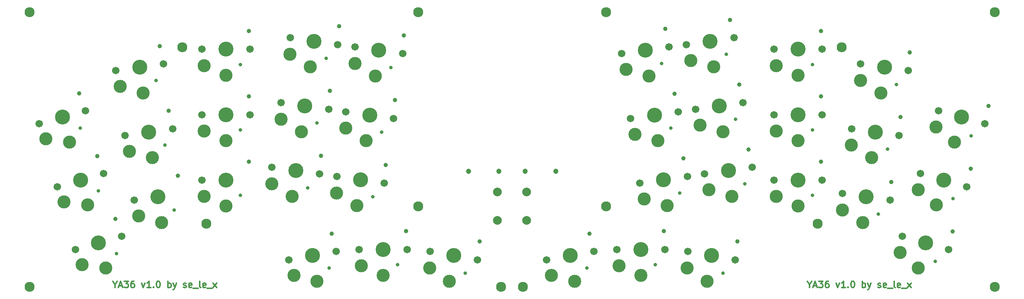
<source format=gbr>
G04 #@! TF.GenerationSoftware,KiCad,Pcbnew,(5.1.9)-1*
G04 #@! TF.CreationDate,2021-03-06T17:20:58-05:00*
G04 #@! TF.ProjectId,ya36,79613336-2e6b-4696-9361-645f70636258,rev?*
G04 #@! TF.SameCoordinates,Original*
G04 #@! TF.FileFunction,Soldermask,Top*
G04 #@! TF.FilePolarity,Negative*
%FSLAX46Y46*%
G04 Gerber Fmt 4.6, Leading zero omitted, Abs format (unit mm)*
G04 Created by KiCad (PCBNEW (5.1.9)-1) date 2021-03-06 17:20:58*
%MOMM*%
%LPD*%
G01*
G04 APERTURE LIST*
%ADD10C,0.300000*%
%ADD11C,1.200000*%
%ADD12C,2.000000*%
%ADD13C,2.300000*%
%ADD14C,0.990600*%
%ADD15C,3.000000*%
%ADD16C,3.429000*%
%ADD17C,1.701800*%
%ADD18C,0.800000*%
G04 APERTURE END LIST*
D10*
X61571428Y-114464285D02*
X61571428Y-115178571D01*
X61071428Y-113678571D02*
X61571428Y-114464285D01*
X62071428Y-113678571D01*
X62500000Y-114750000D02*
X63214285Y-114750000D01*
X62357142Y-115178571D02*
X62857142Y-113678571D01*
X63357142Y-115178571D01*
X63714285Y-113678571D02*
X64642857Y-113678571D01*
X64142857Y-114250000D01*
X64357142Y-114250000D01*
X64500000Y-114321428D01*
X64571428Y-114392857D01*
X64642857Y-114535714D01*
X64642857Y-114892857D01*
X64571428Y-115035714D01*
X64500000Y-115107142D01*
X64357142Y-115178571D01*
X63928571Y-115178571D01*
X63785714Y-115107142D01*
X63714285Y-115035714D01*
X65928571Y-113678571D02*
X65642857Y-113678571D01*
X65500000Y-113750000D01*
X65428571Y-113821428D01*
X65285714Y-114035714D01*
X65214285Y-114321428D01*
X65214285Y-114892857D01*
X65285714Y-115035714D01*
X65357142Y-115107142D01*
X65500000Y-115178571D01*
X65785714Y-115178571D01*
X65928571Y-115107142D01*
X66000000Y-115035714D01*
X66071428Y-114892857D01*
X66071428Y-114535714D01*
X66000000Y-114392857D01*
X65928571Y-114321428D01*
X65785714Y-114250000D01*
X65500000Y-114250000D01*
X65357142Y-114321428D01*
X65285714Y-114392857D01*
X65214285Y-114535714D01*
X67714285Y-114178571D02*
X68071428Y-115178571D01*
X68428571Y-114178571D01*
X69785714Y-115178571D02*
X68928571Y-115178571D01*
X69357142Y-115178571D02*
X69357142Y-113678571D01*
X69214285Y-113892857D01*
X69071428Y-114035714D01*
X68928571Y-114107142D01*
X70428571Y-115035714D02*
X70500000Y-115107142D01*
X70428571Y-115178571D01*
X70357142Y-115107142D01*
X70428571Y-115035714D01*
X70428571Y-115178571D01*
X71428571Y-113678571D02*
X71571428Y-113678571D01*
X71714285Y-113750000D01*
X71785714Y-113821428D01*
X71857142Y-113964285D01*
X71928571Y-114250000D01*
X71928571Y-114607142D01*
X71857142Y-114892857D01*
X71785714Y-115035714D01*
X71714285Y-115107142D01*
X71571428Y-115178571D01*
X71428571Y-115178571D01*
X71285714Y-115107142D01*
X71214285Y-115035714D01*
X71142857Y-114892857D01*
X71071428Y-114607142D01*
X71071428Y-114250000D01*
X71142857Y-113964285D01*
X71214285Y-113821428D01*
X71285714Y-113750000D01*
X71428571Y-113678571D01*
X73714285Y-115178571D02*
X73714285Y-113678571D01*
X73714285Y-114250000D02*
X73857142Y-114178571D01*
X74142857Y-114178571D01*
X74285714Y-114250000D01*
X74357142Y-114321428D01*
X74428571Y-114464285D01*
X74428571Y-114892857D01*
X74357142Y-115035714D01*
X74285714Y-115107142D01*
X74142857Y-115178571D01*
X73857142Y-115178571D01*
X73714285Y-115107142D01*
X74928571Y-114178571D02*
X75285714Y-115178571D01*
X75642857Y-114178571D02*
X75285714Y-115178571D01*
X75142857Y-115535714D01*
X75071428Y-115607142D01*
X74928571Y-115678571D01*
X77285714Y-115107142D02*
X77428571Y-115178571D01*
X77714285Y-115178571D01*
X77857142Y-115107142D01*
X77928571Y-114964285D01*
X77928571Y-114892857D01*
X77857142Y-114750000D01*
X77714285Y-114678571D01*
X77500000Y-114678571D01*
X77357142Y-114607142D01*
X77285714Y-114464285D01*
X77285714Y-114392857D01*
X77357142Y-114250000D01*
X77500000Y-114178571D01*
X77714285Y-114178571D01*
X77857142Y-114250000D01*
X79142857Y-115107142D02*
X79000000Y-115178571D01*
X78714285Y-115178571D01*
X78571428Y-115107142D01*
X78500000Y-114964285D01*
X78500000Y-114392857D01*
X78571428Y-114250000D01*
X78714285Y-114178571D01*
X79000000Y-114178571D01*
X79142857Y-114250000D01*
X79214285Y-114392857D01*
X79214285Y-114535714D01*
X78500000Y-114678571D01*
X79500000Y-115321428D02*
X80642857Y-115321428D01*
X81214285Y-115178571D02*
X81071428Y-115107142D01*
X81000000Y-114964285D01*
X81000000Y-113678571D01*
X82357142Y-115107142D02*
X82214285Y-115178571D01*
X81928571Y-115178571D01*
X81785714Y-115107142D01*
X81714285Y-114964285D01*
X81714285Y-114392857D01*
X81785714Y-114250000D01*
X81928571Y-114178571D01*
X82214285Y-114178571D01*
X82357142Y-114250000D01*
X82428571Y-114392857D01*
X82428571Y-114535714D01*
X81714285Y-114678571D01*
X82714285Y-115321428D02*
X83857142Y-115321428D01*
X84071428Y-115178571D02*
X84857142Y-114178571D01*
X84071428Y-114178571D02*
X84857142Y-115178571D01*
X220571428Y-114464285D02*
X220571428Y-115178571D01*
X220071428Y-113678571D02*
X220571428Y-114464285D01*
X221071428Y-113678571D01*
X221500000Y-114750000D02*
X222214285Y-114750000D01*
X221357142Y-115178571D02*
X221857142Y-113678571D01*
X222357142Y-115178571D01*
X222714285Y-113678571D02*
X223642857Y-113678571D01*
X223142857Y-114250000D01*
X223357142Y-114250000D01*
X223500000Y-114321428D01*
X223571428Y-114392857D01*
X223642857Y-114535714D01*
X223642857Y-114892857D01*
X223571428Y-115035714D01*
X223500000Y-115107142D01*
X223357142Y-115178571D01*
X222928571Y-115178571D01*
X222785714Y-115107142D01*
X222714285Y-115035714D01*
X224928571Y-113678571D02*
X224642857Y-113678571D01*
X224500000Y-113750000D01*
X224428571Y-113821428D01*
X224285714Y-114035714D01*
X224214285Y-114321428D01*
X224214285Y-114892857D01*
X224285714Y-115035714D01*
X224357142Y-115107142D01*
X224500000Y-115178571D01*
X224785714Y-115178571D01*
X224928571Y-115107142D01*
X225000000Y-115035714D01*
X225071428Y-114892857D01*
X225071428Y-114535714D01*
X225000000Y-114392857D01*
X224928571Y-114321428D01*
X224785714Y-114250000D01*
X224500000Y-114250000D01*
X224357142Y-114321428D01*
X224285714Y-114392857D01*
X224214285Y-114535714D01*
X226714285Y-114178571D02*
X227071428Y-115178571D01*
X227428571Y-114178571D01*
X228785714Y-115178571D02*
X227928571Y-115178571D01*
X228357142Y-115178571D02*
X228357142Y-113678571D01*
X228214285Y-113892857D01*
X228071428Y-114035714D01*
X227928571Y-114107142D01*
X229428571Y-115035714D02*
X229500000Y-115107142D01*
X229428571Y-115178571D01*
X229357142Y-115107142D01*
X229428571Y-115035714D01*
X229428571Y-115178571D01*
X230428571Y-113678571D02*
X230571428Y-113678571D01*
X230714285Y-113750000D01*
X230785714Y-113821428D01*
X230857142Y-113964285D01*
X230928571Y-114250000D01*
X230928571Y-114607142D01*
X230857142Y-114892857D01*
X230785714Y-115035714D01*
X230714285Y-115107142D01*
X230571428Y-115178571D01*
X230428571Y-115178571D01*
X230285714Y-115107142D01*
X230214285Y-115035714D01*
X230142857Y-114892857D01*
X230071428Y-114607142D01*
X230071428Y-114250000D01*
X230142857Y-113964285D01*
X230214285Y-113821428D01*
X230285714Y-113750000D01*
X230428571Y-113678571D01*
X232714285Y-115178571D02*
X232714285Y-113678571D01*
X232714285Y-114250000D02*
X232857142Y-114178571D01*
X233142857Y-114178571D01*
X233285714Y-114250000D01*
X233357142Y-114321428D01*
X233428571Y-114464285D01*
X233428571Y-114892857D01*
X233357142Y-115035714D01*
X233285714Y-115107142D01*
X233142857Y-115178571D01*
X232857142Y-115178571D01*
X232714285Y-115107142D01*
X233928571Y-114178571D02*
X234285714Y-115178571D01*
X234642857Y-114178571D02*
X234285714Y-115178571D01*
X234142857Y-115535714D01*
X234071428Y-115607142D01*
X233928571Y-115678571D01*
X236285714Y-115107142D02*
X236428571Y-115178571D01*
X236714285Y-115178571D01*
X236857142Y-115107142D01*
X236928571Y-114964285D01*
X236928571Y-114892857D01*
X236857142Y-114750000D01*
X236714285Y-114678571D01*
X236500000Y-114678571D01*
X236357142Y-114607142D01*
X236285714Y-114464285D01*
X236285714Y-114392857D01*
X236357142Y-114250000D01*
X236500000Y-114178571D01*
X236714285Y-114178571D01*
X236857142Y-114250000D01*
X238142857Y-115107142D02*
X238000000Y-115178571D01*
X237714285Y-115178571D01*
X237571428Y-115107142D01*
X237500000Y-114964285D01*
X237500000Y-114392857D01*
X237571428Y-114250000D01*
X237714285Y-114178571D01*
X238000000Y-114178571D01*
X238142857Y-114250000D01*
X238214285Y-114392857D01*
X238214285Y-114535714D01*
X237500000Y-114678571D01*
X238500000Y-115321428D02*
X239642857Y-115321428D01*
X240214285Y-115178571D02*
X240071428Y-115107142D01*
X240000000Y-114964285D01*
X240000000Y-113678571D01*
X241357142Y-115107142D02*
X241214285Y-115178571D01*
X240928571Y-115178571D01*
X240785714Y-115107142D01*
X240714285Y-114964285D01*
X240714285Y-114392857D01*
X240785714Y-114250000D01*
X240928571Y-114178571D01*
X241214285Y-114178571D01*
X241357142Y-114250000D01*
X241428571Y-114392857D01*
X241428571Y-114535714D01*
X240714285Y-114678571D01*
X241714285Y-115321428D02*
X242857142Y-115321428D01*
X243071428Y-115178571D02*
X243857142Y-114178571D01*
X243071428Y-114178571D02*
X243857142Y-115178571D01*
D11*
X142500000Y-88500000D03*
X149500000Y-88500000D03*
X162500000Y-88500000D03*
X155500000Y-88500000D03*
D12*
X155850000Y-93250000D03*
X155850000Y-99750000D03*
X149150000Y-99750000D03*
X149150000Y-93250000D03*
D13*
X263000000Y-52000000D03*
X263000000Y-115000000D03*
X155000000Y-115000000D03*
X222500000Y-100500000D03*
X174000000Y-96500000D03*
X228000000Y-60000000D03*
X174000000Y-52000000D03*
X77000000Y-60000000D03*
X131000000Y-96500000D03*
X82500000Y-100500000D03*
X131000000Y-52000000D03*
X42000000Y-52000000D03*
X42000000Y-115000000D03*
X150000000Y-115000000D03*
D14*
X92220000Y-86300000D03*
D15*
X87000000Y-96450000D03*
D16*
X87000000Y-90500000D03*
D15*
X82000000Y-94250000D03*
D17*
X81500000Y-90500000D03*
D18*
X90275000Y-94000000D03*
D14*
X75998557Y-89468412D03*
D15*
X72241965Y-100246116D03*
D16*
X71413885Y-94354021D03*
D15*
X66984444Y-98763392D03*
D17*
X65967411Y-95119473D03*
D18*
X75144119Y-97364167D03*
D14*
X108724535Y-84921379D03*
D15*
X102142729Y-94246116D03*
D16*
X102970809Y-88354021D03*
D15*
X97497570Y-91371661D03*
D17*
X108417283Y-89119473D03*
X97524335Y-87588569D03*
D18*
X105726831Y-92275751D03*
D14*
X53419887Y-70604948D03*
D15*
X51199820Y-81800581D03*
D16*
X49559778Y-76081074D03*
D15*
X45787110Y-81063992D03*
D17*
X54846717Y-74565069D03*
X44272839Y-77597079D03*
D18*
X53672641Y-78542778D03*
D14*
X71823364Y-59760370D03*
D15*
X68066772Y-70538074D03*
D16*
X67238692Y-64645979D03*
D15*
X62809251Y-69055350D03*
D17*
X72685166Y-63880527D03*
X61792218Y-65411431D03*
D18*
X70968926Y-67656125D03*
D14*
X92220000Y-56300000D03*
D15*
X87000000Y-66450000D03*
D16*
X87000000Y-60500000D03*
D15*
X82000000Y-64250000D03*
D17*
X92500000Y-60500000D03*
X81500000Y-60500000D03*
D18*
X90275000Y-64000000D03*
D14*
X112899728Y-55213337D03*
D15*
X106317922Y-64538074D03*
D16*
X107146002Y-58645979D03*
D15*
X101672763Y-61663619D03*
D17*
X112592476Y-59411431D03*
X101699528Y-57880527D03*
D18*
X109902024Y-62567709D03*
D14*
X127753749Y-57300934D03*
D15*
X121171943Y-66625671D03*
D16*
X122000023Y-60733576D03*
D15*
X116526784Y-63751216D03*
D17*
X127446497Y-61499028D03*
X116553549Y-59968124D03*
D18*
X124756045Y-64655306D03*
D14*
X57554448Y-85023873D03*
D15*
X55334381Y-96219506D03*
D16*
X53694339Y-90499999D03*
D15*
X49921671Y-95482917D03*
D17*
X58981278Y-88983994D03*
X48407400Y-92016004D03*
D18*
X57807202Y-92961703D03*
D14*
X73910960Y-74614390D03*
D15*
X70154368Y-85392094D03*
D16*
X69326288Y-79499999D03*
D15*
X64896847Y-83909370D03*
D17*
X74772762Y-78734547D03*
X63879814Y-80265451D03*
D18*
X73056522Y-82510145D03*
D14*
X92220000Y-71300000D03*
D15*
X87000000Y-81450000D03*
D16*
X87000000Y-75500000D03*
D15*
X82000000Y-79250000D03*
D17*
X92500000Y-75500000D03*
X81500000Y-75500000D03*
D18*
X90275000Y-79000000D03*
D14*
X110812132Y-70067359D03*
D15*
X104230326Y-79392096D03*
D16*
X105058406Y-73500001D03*
D15*
X99585167Y-76517641D03*
D17*
X110504880Y-74265453D03*
X99611932Y-72734549D03*
D18*
X107814428Y-77421731D03*
D14*
X125666153Y-72154954D03*
D15*
X119084347Y-81479691D03*
D16*
X119912427Y-75587596D03*
D15*
X114439188Y-78605236D03*
D17*
X125358901Y-76353048D03*
X114465953Y-74822144D03*
D18*
X122668449Y-79509326D03*
D14*
X61689008Y-99442799D03*
D15*
X59468941Y-110638432D03*
D16*
X57828899Y-104918925D03*
D15*
X54056231Y-109901843D03*
D17*
X63115838Y-103402920D03*
X52541960Y-106434930D03*
D18*
X61941762Y-107380629D03*
D14*
X123578556Y-87008975D03*
D15*
X116996750Y-96333712D03*
D16*
X117824830Y-90441617D03*
D15*
X112351591Y-93459257D03*
D17*
X123271304Y-91207069D03*
X112378356Y-89676165D03*
D18*
X120580852Y-94363347D03*
D14*
X111222955Y-102786093D03*
D15*
X107844788Y-113688335D03*
D16*
X106811581Y-107828729D03*
D15*
X102538723Y-112389999D03*
D17*
X112228024Y-106873664D03*
X101395138Y-108783794D03*
D18*
X110644595Y-110706858D03*
D14*
X128220000Y-102212426D03*
D15*
X123000000Y-112362426D03*
D16*
X123000000Y-106412426D03*
D15*
X118000000Y-110162426D03*
D17*
X128500000Y-106412426D03*
X117500000Y-106412426D03*
D18*
X126275000Y-109912426D03*
D14*
X145058439Y-104598980D03*
D15*
X138155213Y-113688335D03*
D16*
X139188420Y-107828729D03*
D15*
X133613201Y-110653517D03*
D17*
X144604863Y-108783794D03*
X133771977Y-106873664D03*
D18*
X141805897Y-111844254D03*
D14*
X261615685Y-73482602D03*
D15*
X253800180Y-81800581D03*
D16*
X255440222Y-76081074D03*
D15*
X249600273Y-78307619D03*
D17*
X260727161Y-77597079D03*
X250153283Y-74565069D03*
D18*
X257623623Y-80348202D03*
D14*
X243515034Y-61213337D03*
D15*
X236933228Y-70538074D03*
D16*
X237761308Y-64645979D03*
D15*
X232288069Y-67663619D03*
D17*
X243207782Y-65411431D03*
X232314834Y-63880527D03*
D18*
X240517330Y-68567709D03*
D14*
X223220000Y-56300000D03*
D15*
X218000000Y-66450000D03*
D16*
X218000000Y-60500000D03*
D15*
X213000000Y-64250000D03*
D17*
X223500000Y-60500000D03*
X212500000Y-60500000D03*
D18*
X221275000Y-64000000D03*
D14*
X202438671Y-53760370D03*
D15*
X198682079Y-64538074D03*
D16*
X197853999Y-58645979D03*
D15*
X193424558Y-63055350D03*
D17*
X203300473Y-57880527D03*
X192407525Y-59411431D03*
D18*
X201584233Y-61656125D03*
D14*
X187584650Y-55847967D03*
D15*
X183828058Y-66625671D03*
D16*
X182999978Y-60733576D03*
D15*
X178570537Y-65142947D03*
D17*
X188446452Y-59968124D03*
X177553504Y-61499028D03*
D18*
X186730212Y-63743722D03*
D14*
X257481124Y-87901527D03*
D15*
X249665619Y-96219506D03*
D16*
X251305661Y-90499999D03*
D15*
X245465712Y-92726544D03*
D17*
X256592600Y-92016004D03*
X246018722Y-88983994D03*
D18*
X253489062Y-94767127D03*
D14*
X241427438Y-76067357D03*
D15*
X234845632Y-85392094D03*
D16*
X235673712Y-79499999D03*
D15*
X230200473Y-82517639D03*
D17*
X241120186Y-80265451D03*
X230227238Y-78734547D03*
D18*
X238429734Y-83421729D03*
D14*
X223220000Y-71300000D03*
D15*
X218000000Y-81450000D03*
D16*
X218000000Y-75500000D03*
D15*
X213000000Y-79250000D03*
D17*
X223500000Y-75500000D03*
X212500000Y-75500000D03*
D18*
X221275000Y-79000000D03*
D14*
X204526267Y-68614392D03*
D15*
X200769675Y-79392096D03*
D16*
X199941595Y-73500001D03*
D15*
X195512154Y-77909372D03*
D17*
X205388069Y-72734549D03*
X194495121Y-74265453D03*
D18*
X203671829Y-76510147D03*
D14*
X189672246Y-70701987D03*
D15*
X185915654Y-81479691D03*
D16*
X185087574Y-75587596D03*
D15*
X180658133Y-79996967D03*
D17*
X190534048Y-74822144D03*
X179641100Y-76353048D03*
D18*
X188817808Y-78597742D03*
D14*
X253346564Y-102320453D03*
D15*
X245531059Y-110638432D03*
D16*
X247171101Y-104918925D03*
D15*
X241331152Y-107145470D03*
D17*
X252458040Y-106434930D03*
X241884162Y-103402920D03*
D18*
X249354502Y-109186053D03*
D14*
X239339841Y-90921379D03*
D15*
X232758035Y-100246116D03*
D16*
X233586115Y-94354021D03*
D15*
X228112876Y-97371661D03*
D17*
X239032589Y-95119473D03*
X228139641Y-93588569D03*
D18*
X236342137Y-98275751D03*
D14*
X223220000Y-86300000D03*
D15*
X218000000Y-96450000D03*
D16*
X218000000Y-90500000D03*
D15*
X213000000Y-94250000D03*
D17*
X223500000Y-90500000D03*
X212500000Y-90500000D03*
D18*
X221275000Y-94000000D03*
D14*
X206613864Y-83468412D03*
D15*
X202857272Y-94246116D03*
D16*
X202029192Y-88354021D03*
D15*
X197599751Y-92763392D03*
D17*
X207475666Y-87588569D03*
X196582718Y-89119473D03*
D18*
X205759426Y-91364167D03*
D14*
X191759843Y-85556008D03*
D15*
X188003251Y-96333712D03*
D16*
X187175171Y-90441617D03*
D15*
X182745730Y-94850988D03*
D17*
X192621645Y-89676165D03*
X181728697Y-91207069D03*
D18*
X190905405Y-93451763D03*
D14*
X204058439Y-104598980D03*
D15*
X197155213Y-113688335D03*
D16*
X198188420Y-107828729D03*
D15*
X192613201Y-110653517D03*
D17*
X203604863Y-108783794D03*
X192771977Y-106873664D03*
D18*
X200805897Y-111844254D03*
D14*
X187220000Y-102212426D03*
D15*
X182000000Y-112362426D03*
D16*
X182000000Y-106412426D03*
D15*
X177000000Y-110162426D03*
D17*
X187500000Y-106412426D03*
X176500000Y-106412426D03*
D18*
X185275000Y-109912426D03*
D14*
X170222955Y-102786093D03*
D15*
X166844788Y-113688335D03*
D16*
X165811581Y-107828729D03*
D15*
X161538723Y-112389999D03*
D17*
X171228024Y-106873664D03*
X160395138Y-108783794D03*
D18*
X169644595Y-110706858D03*
M02*

</source>
